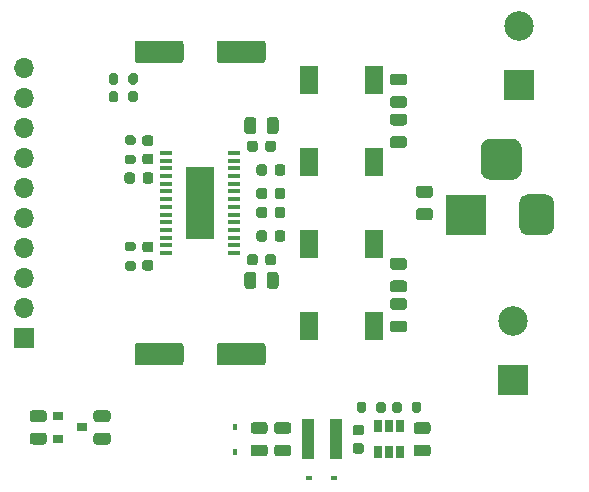
<source format=gbr>
%TF.GenerationSoftware,KiCad,Pcbnew,5.1.9-73d0e3b20d~88~ubuntu20.04.1*%
%TF.CreationDate,2021-06-05T19:46:01+02:00*%
%TF.ProjectId,pooky,706f6f6b-792e-46b6-9963-61645f706362,v1.00*%
%TF.SameCoordinates,Original*%
%TF.FileFunction,Soldermask,Top*%
%TF.FilePolarity,Negative*%
%FSLAX46Y46*%
G04 Gerber Fmt 4.6, Leading zero omitted, Abs format (unit mm)*
G04 Created by KiCad (PCBNEW 5.1.9-73d0e3b20d~88~ubuntu20.04.1) date 2021-06-05 19:46:01*
%MOMM*%
%LPD*%
G01*
G04 APERTURE LIST*
%ADD10R,0.980000X3.400000*%
%ADD11R,0.600000X0.450000*%
%ADD12R,0.450000X0.600000*%
%ADD13R,1.500000X2.400000*%
%ADD14R,1.100000X0.400000*%
%ADD15R,2.400000X6.170000*%
%ADD16R,0.650000X1.060000*%
%ADD17R,0.900000X0.800000*%
%ADD18R,3.500000X3.500000*%
%ADD19C,2.500000*%
%ADD20R,2.500000X2.500000*%
%ADD21R,1.700000X1.700000*%
%ADD22O,1.700000X1.700000*%
G04 APERTURE END LIST*
D10*
%TO.C,L5*%
X180485000Y-120000000D03*
X178115000Y-120000000D03*
%TD*%
%TO.C,C1*%
G36*
G01*
X175325000Y-97450000D02*
X175325000Y-96950000D01*
G75*
G02*
X175550000Y-96725000I225000J0D01*
G01*
X176000000Y-96725000D01*
G75*
G02*
X176225000Y-96950000I0J-225000D01*
G01*
X176225000Y-97450000D01*
G75*
G02*
X176000000Y-97675000I-225000J0D01*
G01*
X175550000Y-97675000D01*
G75*
G02*
X175325000Y-97450000I0J225000D01*
G01*
G37*
G36*
G01*
X173775000Y-97450000D02*
X173775000Y-96950000D01*
G75*
G02*
X174000000Y-96725000I225000J0D01*
G01*
X174450000Y-96725000D01*
G75*
G02*
X174675000Y-96950000I0J-225000D01*
G01*
X174675000Y-97450000D01*
G75*
G02*
X174450000Y-97675000I-225000J0D01*
G01*
X174000000Y-97675000D01*
G75*
G02*
X173775000Y-97450000I0J225000D01*
G01*
G37*
%TD*%
%TO.C,C2*%
G36*
G01*
X175325000Y-103050000D02*
X175325000Y-102550000D01*
G75*
G02*
X175550000Y-102325000I225000J0D01*
G01*
X176000000Y-102325000D01*
G75*
G02*
X176225000Y-102550000I0J-225000D01*
G01*
X176225000Y-103050000D01*
G75*
G02*
X176000000Y-103275000I-225000J0D01*
G01*
X175550000Y-103275000D01*
G75*
G02*
X175325000Y-103050000I0J225000D01*
G01*
G37*
G36*
G01*
X173775000Y-103050000D02*
X173775000Y-102550000D01*
G75*
G02*
X174000000Y-102325000I225000J0D01*
G01*
X174450000Y-102325000D01*
G75*
G02*
X174675000Y-102550000I0J-225000D01*
G01*
X174675000Y-103050000D01*
G75*
G02*
X174450000Y-103275000I-225000J0D01*
G01*
X174000000Y-103275000D01*
G75*
G02*
X173775000Y-103050000I0J225000D01*
G01*
G37*
%TD*%
%TO.C,C3*%
G36*
G01*
X173775000Y-99450000D02*
X173775000Y-98950000D01*
G75*
G02*
X174000000Y-98725000I225000J0D01*
G01*
X174450000Y-98725000D01*
G75*
G02*
X174675000Y-98950000I0J-225000D01*
G01*
X174675000Y-99450000D01*
G75*
G02*
X174450000Y-99675000I-225000J0D01*
G01*
X174000000Y-99675000D01*
G75*
G02*
X173775000Y-99450000I0J225000D01*
G01*
G37*
G36*
G01*
X175325000Y-99450000D02*
X175325000Y-98950000D01*
G75*
G02*
X175550000Y-98725000I225000J0D01*
G01*
X176000000Y-98725000D01*
G75*
G02*
X176225000Y-98950000I0J-225000D01*
G01*
X176225000Y-99450000D01*
G75*
G02*
X176000000Y-99675000I-225000J0D01*
G01*
X175550000Y-99675000D01*
G75*
G02*
X175325000Y-99450000I0J225000D01*
G01*
G37*
%TD*%
%TO.C,C4*%
G36*
G01*
X175325000Y-101050000D02*
X175325000Y-100550000D01*
G75*
G02*
X175550000Y-100325000I225000J0D01*
G01*
X176000000Y-100325000D01*
G75*
G02*
X176225000Y-100550000I0J-225000D01*
G01*
X176225000Y-101050000D01*
G75*
G02*
X176000000Y-101275000I-225000J0D01*
G01*
X175550000Y-101275000D01*
G75*
G02*
X175325000Y-101050000I0J225000D01*
G01*
G37*
G36*
G01*
X173775000Y-101050000D02*
X173775000Y-100550000D01*
G75*
G02*
X174000000Y-100325000I225000J0D01*
G01*
X174450000Y-100325000D01*
G75*
G02*
X174675000Y-100550000I0J-225000D01*
G01*
X174675000Y-101050000D01*
G75*
G02*
X174450000Y-101275000I-225000J0D01*
G01*
X174000000Y-101275000D01*
G75*
G02*
X173775000Y-101050000I0J225000D01*
G01*
G37*
%TD*%
%TO.C,C5*%
G36*
G01*
X186275000Y-90050000D02*
X185325000Y-90050000D01*
G75*
G02*
X185075000Y-89800000I0J250000D01*
G01*
X185075000Y-89300000D01*
G75*
G02*
X185325000Y-89050000I250000J0D01*
G01*
X186275000Y-89050000D01*
G75*
G02*
X186525000Y-89300000I0J-250000D01*
G01*
X186525000Y-89800000D01*
G75*
G02*
X186275000Y-90050000I-250000J0D01*
G01*
G37*
G36*
G01*
X186275000Y-91950000D02*
X185325000Y-91950000D01*
G75*
G02*
X185075000Y-91700000I0J250000D01*
G01*
X185075000Y-91200000D01*
G75*
G02*
X185325000Y-90950000I250000J0D01*
G01*
X186275000Y-90950000D01*
G75*
G02*
X186525000Y-91200000I0J-250000D01*
G01*
X186525000Y-91700000D01*
G75*
G02*
X186275000Y-91950000I-250000J0D01*
G01*
G37*
%TD*%
%TO.C,C6*%
G36*
G01*
X186275000Y-93450000D02*
X185325000Y-93450000D01*
G75*
G02*
X185075000Y-93200000I0J250000D01*
G01*
X185075000Y-92700000D01*
G75*
G02*
X185325000Y-92450000I250000J0D01*
G01*
X186275000Y-92450000D01*
G75*
G02*
X186525000Y-92700000I0J-250000D01*
G01*
X186525000Y-93200000D01*
G75*
G02*
X186275000Y-93450000I-250000J0D01*
G01*
G37*
G36*
G01*
X186275000Y-95350000D02*
X185325000Y-95350000D01*
G75*
G02*
X185075000Y-95100000I0J250000D01*
G01*
X185075000Y-94600000D01*
G75*
G02*
X185325000Y-94350000I250000J0D01*
G01*
X186275000Y-94350000D01*
G75*
G02*
X186525000Y-94600000I0J-250000D01*
G01*
X186525000Y-95100000D01*
G75*
G02*
X186275000Y-95350000I-250000J0D01*
G01*
G37*
%TD*%
%TO.C,C7*%
G36*
G01*
X186275000Y-107550000D02*
X185325000Y-107550000D01*
G75*
G02*
X185075000Y-107300000I0J250000D01*
G01*
X185075000Y-106800000D01*
G75*
G02*
X185325000Y-106550000I250000J0D01*
G01*
X186275000Y-106550000D01*
G75*
G02*
X186525000Y-106800000I0J-250000D01*
G01*
X186525000Y-107300000D01*
G75*
G02*
X186275000Y-107550000I-250000J0D01*
G01*
G37*
G36*
G01*
X186275000Y-105650000D02*
X185325000Y-105650000D01*
G75*
G02*
X185075000Y-105400000I0J250000D01*
G01*
X185075000Y-104900000D01*
G75*
G02*
X185325000Y-104650000I250000J0D01*
G01*
X186275000Y-104650000D01*
G75*
G02*
X186525000Y-104900000I0J-250000D01*
G01*
X186525000Y-105400000D01*
G75*
G02*
X186275000Y-105650000I-250000J0D01*
G01*
G37*
%TD*%
%TO.C,C8*%
G36*
G01*
X186275000Y-110950000D02*
X185325000Y-110950000D01*
G75*
G02*
X185075000Y-110700000I0J250000D01*
G01*
X185075000Y-110200000D01*
G75*
G02*
X185325000Y-109950000I250000J0D01*
G01*
X186275000Y-109950000D01*
G75*
G02*
X186525000Y-110200000I0J-250000D01*
G01*
X186525000Y-110700000D01*
G75*
G02*
X186275000Y-110950000I-250000J0D01*
G01*
G37*
G36*
G01*
X186275000Y-109050000D02*
X185325000Y-109050000D01*
G75*
G02*
X185075000Y-108800000I0J250000D01*
G01*
X185075000Y-108300000D01*
G75*
G02*
X185325000Y-108050000I250000J0D01*
G01*
X186275000Y-108050000D01*
G75*
G02*
X186525000Y-108300000I0J-250000D01*
G01*
X186525000Y-108800000D01*
G75*
G02*
X186275000Y-109050000I-250000J0D01*
G01*
G37*
%TD*%
%TO.C,C9*%
G36*
G01*
X172975000Y-95450000D02*
X172975000Y-94950000D01*
G75*
G02*
X173200000Y-94725000I225000J0D01*
G01*
X173650000Y-94725000D01*
G75*
G02*
X173875000Y-94950000I0J-225000D01*
G01*
X173875000Y-95450000D01*
G75*
G02*
X173650000Y-95675000I-225000J0D01*
G01*
X173200000Y-95675000D01*
G75*
G02*
X172975000Y-95450000I0J225000D01*
G01*
G37*
G36*
G01*
X174525000Y-95450000D02*
X174525000Y-94950000D01*
G75*
G02*
X174750000Y-94725000I225000J0D01*
G01*
X175200000Y-94725000D01*
G75*
G02*
X175425000Y-94950000I0J-225000D01*
G01*
X175425000Y-95450000D01*
G75*
G02*
X175200000Y-95675000I-225000J0D01*
G01*
X174750000Y-95675000D01*
G75*
G02*
X174525000Y-95450000I0J225000D01*
G01*
G37*
%TD*%
%TO.C,C10*%
G36*
G01*
X172975000Y-105050000D02*
X172975000Y-104550000D01*
G75*
G02*
X173200000Y-104325000I225000J0D01*
G01*
X173650000Y-104325000D01*
G75*
G02*
X173875000Y-104550000I0J-225000D01*
G01*
X173875000Y-105050000D01*
G75*
G02*
X173650000Y-105275000I-225000J0D01*
G01*
X173200000Y-105275000D01*
G75*
G02*
X172975000Y-105050000I0J225000D01*
G01*
G37*
G36*
G01*
X174525000Y-105050000D02*
X174525000Y-104550000D01*
G75*
G02*
X174750000Y-104325000I225000J0D01*
G01*
X175200000Y-104325000D01*
G75*
G02*
X175425000Y-104550000I0J-225000D01*
G01*
X175425000Y-105050000D01*
G75*
G02*
X175200000Y-105275000I-225000J0D01*
G01*
X174750000Y-105275000D01*
G75*
G02*
X174525000Y-105050000I0J225000D01*
G01*
G37*
%TD*%
%TO.C,C11*%
G36*
G01*
X172750000Y-93925000D02*
X172750000Y-92975000D01*
G75*
G02*
X173000000Y-92725000I250000J0D01*
G01*
X173500000Y-92725000D01*
G75*
G02*
X173750000Y-92975000I0J-250000D01*
G01*
X173750000Y-93925000D01*
G75*
G02*
X173500000Y-94175000I-250000J0D01*
G01*
X173000000Y-94175000D01*
G75*
G02*
X172750000Y-93925000I0J250000D01*
G01*
G37*
G36*
G01*
X174650000Y-93925000D02*
X174650000Y-92975000D01*
G75*
G02*
X174900000Y-92725000I250000J0D01*
G01*
X175400000Y-92725000D01*
G75*
G02*
X175650000Y-92975000I0J-250000D01*
G01*
X175650000Y-93925000D01*
G75*
G02*
X175400000Y-94175000I-250000J0D01*
G01*
X174900000Y-94175000D01*
G75*
G02*
X174650000Y-93925000I0J250000D01*
G01*
G37*
%TD*%
%TO.C,C12*%
G36*
G01*
X172750000Y-107025000D02*
X172750000Y-106075000D01*
G75*
G02*
X173000000Y-105825000I250000J0D01*
G01*
X173500000Y-105825000D01*
G75*
G02*
X173750000Y-106075000I0J-250000D01*
G01*
X173750000Y-107025000D01*
G75*
G02*
X173500000Y-107275000I-250000J0D01*
G01*
X173000000Y-107275000D01*
G75*
G02*
X172750000Y-107025000I0J250000D01*
G01*
G37*
G36*
G01*
X174650000Y-107025000D02*
X174650000Y-106075000D01*
G75*
G02*
X174900000Y-105825000I250000J0D01*
G01*
X175400000Y-105825000D01*
G75*
G02*
X175650000Y-106075000I0J-250000D01*
G01*
X175650000Y-107025000D01*
G75*
G02*
X175400000Y-107275000I-250000J0D01*
G01*
X174900000Y-107275000D01*
G75*
G02*
X174650000Y-107025000I0J250000D01*
G01*
G37*
%TD*%
%TO.C,C13*%
G36*
G01*
X187525000Y-98550000D02*
X188475000Y-98550000D01*
G75*
G02*
X188725000Y-98800000I0J-250000D01*
G01*
X188725000Y-99300000D01*
G75*
G02*
X188475000Y-99550000I-250000J0D01*
G01*
X187525000Y-99550000D01*
G75*
G02*
X187275000Y-99300000I0J250000D01*
G01*
X187275000Y-98800000D01*
G75*
G02*
X187525000Y-98550000I250000J0D01*
G01*
G37*
G36*
G01*
X187525000Y-100450000D02*
X188475000Y-100450000D01*
G75*
G02*
X188725000Y-100700000I0J-250000D01*
G01*
X188725000Y-101200000D01*
G75*
G02*
X188475000Y-101450000I-250000J0D01*
G01*
X187525000Y-101450000D01*
G75*
G02*
X187275000Y-101200000I0J250000D01*
G01*
X187275000Y-100700000D01*
G75*
G02*
X187525000Y-100450000I250000J0D01*
G01*
G37*
%TD*%
%TO.C,C14*%
G36*
G01*
X188275000Y-119550000D02*
X187325000Y-119550000D01*
G75*
G02*
X187075000Y-119300000I0J250000D01*
G01*
X187075000Y-118800000D01*
G75*
G02*
X187325000Y-118550000I250000J0D01*
G01*
X188275000Y-118550000D01*
G75*
G02*
X188525000Y-118800000I0J-250000D01*
G01*
X188525000Y-119300000D01*
G75*
G02*
X188275000Y-119550000I-250000J0D01*
G01*
G37*
G36*
G01*
X188275000Y-121450000D02*
X187325000Y-121450000D01*
G75*
G02*
X187075000Y-121200000I0J250000D01*
G01*
X187075000Y-120700000D01*
G75*
G02*
X187325000Y-120450000I250000J0D01*
G01*
X188275000Y-120450000D01*
G75*
G02*
X188525000Y-120700000I0J-250000D01*
G01*
X188525000Y-121200000D01*
G75*
G02*
X188275000Y-121450000I-250000J0D01*
G01*
G37*
%TD*%
%TO.C,C16*%
G36*
G01*
X155775000Y-118550000D02*
X154825000Y-118550000D01*
G75*
G02*
X154575000Y-118300000I0J250000D01*
G01*
X154575000Y-117800000D01*
G75*
G02*
X154825000Y-117550000I250000J0D01*
G01*
X155775000Y-117550000D01*
G75*
G02*
X156025000Y-117800000I0J-250000D01*
G01*
X156025000Y-118300000D01*
G75*
G02*
X155775000Y-118550000I-250000J0D01*
G01*
G37*
G36*
G01*
X155775000Y-120450000D02*
X154825000Y-120450000D01*
G75*
G02*
X154575000Y-120200000I0J250000D01*
G01*
X154575000Y-119700000D01*
G75*
G02*
X154825000Y-119450000I250000J0D01*
G01*
X155775000Y-119450000D01*
G75*
G02*
X156025000Y-119700000I0J-250000D01*
G01*
X156025000Y-120200000D01*
G75*
G02*
X155775000Y-120450000I-250000J0D01*
G01*
G37*
%TD*%
%TO.C,C17*%
G36*
G01*
X182150000Y-120325000D02*
X182650000Y-120325000D01*
G75*
G02*
X182875000Y-120550000I0J-225000D01*
G01*
X182875000Y-121000000D01*
G75*
G02*
X182650000Y-121225000I-225000J0D01*
G01*
X182150000Y-121225000D01*
G75*
G02*
X181925000Y-121000000I0J225000D01*
G01*
X181925000Y-120550000D01*
G75*
G02*
X182150000Y-120325000I225000J0D01*
G01*
G37*
G36*
G01*
X182150000Y-118775000D02*
X182650000Y-118775000D01*
G75*
G02*
X182875000Y-119000000I0J-225000D01*
G01*
X182875000Y-119450000D01*
G75*
G02*
X182650000Y-119675000I-225000J0D01*
G01*
X182150000Y-119675000D01*
G75*
G02*
X181925000Y-119450000I0J225000D01*
G01*
X181925000Y-119000000D01*
G75*
G02*
X182150000Y-118775000I225000J0D01*
G01*
G37*
%TD*%
%TO.C,C18*%
G36*
G01*
X173525000Y-120450000D02*
X174475000Y-120450000D01*
G75*
G02*
X174725000Y-120700000I0J-250000D01*
G01*
X174725000Y-121200000D01*
G75*
G02*
X174475000Y-121450000I-250000J0D01*
G01*
X173525000Y-121450000D01*
G75*
G02*
X173275000Y-121200000I0J250000D01*
G01*
X173275000Y-120700000D01*
G75*
G02*
X173525000Y-120450000I250000J0D01*
G01*
G37*
G36*
G01*
X173525000Y-118550000D02*
X174475000Y-118550000D01*
G75*
G02*
X174725000Y-118800000I0J-250000D01*
G01*
X174725000Y-119300000D01*
G75*
G02*
X174475000Y-119550000I-250000J0D01*
G01*
X173525000Y-119550000D01*
G75*
G02*
X173275000Y-119300000I0J250000D01*
G01*
X173275000Y-118800000D01*
G75*
G02*
X173525000Y-118550000I250000J0D01*
G01*
G37*
%TD*%
%TO.C,C19*%
G36*
G01*
X175525000Y-118550000D02*
X176475000Y-118550000D01*
G75*
G02*
X176725000Y-118800000I0J-250000D01*
G01*
X176725000Y-119300000D01*
G75*
G02*
X176475000Y-119550000I-250000J0D01*
G01*
X175525000Y-119550000D01*
G75*
G02*
X175275000Y-119300000I0J250000D01*
G01*
X175275000Y-118800000D01*
G75*
G02*
X175525000Y-118550000I250000J0D01*
G01*
G37*
G36*
G01*
X175525000Y-120450000D02*
X176475000Y-120450000D01*
G75*
G02*
X176725000Y-120700000I0J-250000D01*
G01*
X176725000Y-121200000D01*
G75*
G02*
X176475000Y-121450000I-250000J0D01*
G01*
X175525000Y-121450000D01*
G75*
G02*
X175275000Y-121200000I0J250000D01*
G01*
X175275000Y-120700000D01*
G75*
G02*
X175525000Y-120450000I250000J0D01*
G01*
G37*
%TD*%
%TO.C,C20*%
G36*
G01*
X164330000Y-95825000D02*
X164830000Y-95825000D01*
G75*
G02*
X165055000Y-96050000I0J-225000D01*
G01*
X165055000Y-96500000D01*
G75*
G02*
X164830000Y-96725000I-225000J0D01*
G01*
X164330000Y-96725000D01*
G75*
G02*
X164105000Y-96500000I0J225000D01*
G01*
X164105000Y-96050000D01*
G75*
G02*
X164330000Y-95825000I225000J0D01*
G01*
G37*
G36*
G01*
X164330000Y-94275000D02*
X164830000Y-94275000D01*
G75*
G02*
X165055000Y-94500000I0J-225000D01*
G01*
X165055000Y-94950000D01*
G75*
G02*
X164830000Y-95175000I-225000J0D01*
G01*
X164330000Y-95175000D01*
G75*
G02*
X164105000Y-94950000I0J225000D01*
G01*
X164105000Y-94500000D01*
G75*
G02*
X164330000Y-94275000I225000J0D01*
G01*
G37*
%TD*%
%TO.C,C21*%
G36*
G01*
X162595000Y-98140000D02*
X162595000Y-97640000D01*
G75*
G02*
X162820000Y-97415000I225000J0D01*
G01*
X163270000Y-97415000D01*
G75*
G02*
X163495000Y-97640000I0J-225000D01*
G01*
X163495000Y-98140000D01*
G75*
G02*
X163270000Y-98365000I-225000J0D01*
G01*
X162820000Y-98365000D01*
G75*
G02*
X162595000Y-98140000I0J225000D01*
G01*
G37*
G36*
G01*
X164145000Y-98140000D02*
X164145000Y-97640000D01*
G75*
G02*
X164370000Y-97415000I225000J0D01*
G01*
X164820000Y-97415000D01*
G75*
G02*
X165045000Y-97640000I0J-225000D01*
G01*
X165045000Y-98140000D01*
G75*
G02*
X164820000Y-98365000I-225000J0D01*
G01*
X164370000Y-98365000D01*
G75*
G02*
X164145000Y-98140000I0J225000D01*
G01*
G37*
%TD*%
%TO.C,C22*%
G36*
G01*
X164830000Y-105725000D02*
X164330000Y-105725000D01*
G75*
G02*
X164105000Y-105500000I0J225000D01*
G01*
X164105000Y-105050000D01*
G75*
G02*
X164330000Y-104825000I225000J0D01*
G01*
X164830000Y-104825000D01*
G75*
G02*
X165055000Y-105050000I0J-225000D01*
G01*
X165055000Y-105500000D01*
G75*
G02*
X164830000Y-105725000I-225000J0D01*
G01*
G37*
G36*
G01*
X164830000Y-104175000D02*
X164330000Y-104175000D01*
G75*
G02*
X164105000Y-103950000I0J225000D01*
G01*
X164105000Y-103500000D01*
G75*
G02*
X164330000Y-103275000I225000J0D01*
G01*
X164830000Y-103275000D01*
G75*
G02*
X165055000Y-103500000I0J-225000D01*
G01*
X165055000Y-103950000D01*
G75*
G02*
X164830000Y-104175000I-225000J0D01*
G01*
G37*
%TD*%
%TO.C,C24*%
G36*
G01*
X174550000Y-86500000D02*
X174550000Y-87900000D01*
G75*
G02*
X174300000Y-88150000I-250000J0D01*
G01*
X170650000Y-88150000D01*
G75*
G02*
X170400000Y-87900000I0J250000D01*
G01*
X170400000Y-86500000D01*
G75*
G02*
X170650000Y-86250000I250000J0D01*
G01*
X174300000Y-86250000D01*
G75*
G02*
X174550000Y-86500000I0J-250000D01*
G01*
G37*
G36*
G01*
X167600000Y-86500000D02*
X167600000Y-87900000D01*
G75*
G02*
X167350000Y-88150000I-250000J0D01*
G01*
X163700000Y-88150000D01*
G75*
G02*
X163450000Y-87900000I0J250000D01*
G01*
X163450000Y-86500000D01*
G75*
G02*
X163700000Y-86250000I250000J0D01*
G01*
X167350000Y-86250000D01*
G75*
G02*
X167600000Y-86500000I0J-250000D01*
G01*
G37*
%TD*%
%TO.C,C36*%
G36*
G01*
X167600000Y-112100000D02*
X167600000Y-113500000D01*
G75*
G02*
X167350000Y-113750000I-250000J0D01*
G01*
X163700000Y-113750000D01*
G75*
G02*
X163450000Y-113500000I0J250000D01*
G01*
X163450000Y-112100000D01*
G75*
G02*
X163700000Y-111850000I250000J0D01*
G01*
X167350000Y-111850000D01*
G75*
G02*
X167600000Y-112100000I0J-250000D01*
G01*
G37*
G36*
G01*
X174550000Y-112100000D02*
X174550000Y-113500000D01*
G75*
G02*
X174300000Y-113750000I-250000J0D01*
G01*
X170650000Y-113750000D01*
G75*
G02*
X170400000Y-113500000I0J250000D01*
G01*
X170400000Y-112100000D01*
G75*
G02*
X170650000Y-111850000I250000J0D01*
G01*
X174300000Y-111850000D01*
G75*
G02*
X174550000Y-112100000I0J-250000D01*
G01*
G37*
%TD*%
D11*
%TO.C,D1*%
X178250000Y-123250000D03*
X180350000Y-123250000D03*
%TD*%
D12*
%TO.C,D2*%
X172000000Y-121050000D03*
X172000000Y-118950000D03*
%TD*%
D13*
%TO.C,L1*%
X183750000Y-89600000D03*
X178250000Y-89600000D03*
%TD*%
%TO.C,L2*%
X178250000Y-110400000D03*
X183750000Y-110400000D03*
%TD*%
%TO.C,L3*%
X183750000Y-96500000D03*
X178250000Y-96500000D03*
%TD*%
%TO.C,L4*%
X178250000Y-103500000D03*
X183750000Y-103500000D03*
%TD*%
%TO.C,R1*%
G36*
G01*
X186925000Y-117575000D02*
X186925000Y-117025000D01*
G75*
G02*
X187125000Y-116825000I200000J0D01*
G01*
X187525000Y-116825000D01*
G75*
G02*
X187725000Y-117025000I0J-200000D01*
G01*
X187725000Y-117575000D01*
G75*
G02*
X187525000Y-117775000I-200000J0D01*
G01*
X187125000Y-117775000D01*
G75*
G02*
X186925000Y-117575000I0J200000D01*
G01*
G37*
G36*
G01*
X185275000Y-117575000D02*
X185275000Y-117025000D01*
G75*
G02*
X185475000Y-116825000I200000J0D01*
G01*
X185875000Y-116825000D01*
G75*
G02*
X186075000Y-117025000I0J-200000D01*
G01*
X186075000Y-117575000D01*
G75*
G02*
X185875000Y-117775000I-200000J0D01*
G01*
X185475000Y-117775000D01*
G75*
G02*
X185275000Y-117575000I0J200000D01*
G01*
G37*
%TD*%
%TO.C,R2*%
G36*
G01*
X182275000Y-117575000D02*
X182275000Y-117025000D01*
G75*
G02*
X182475000Y-116825000I200000J0D01*
G01*
X182875000Y-116825000D01*
G75*
G02*
X183075000Y-117025000I0J-200000D01*
G01*
X183075000Y-117575000D01*
G75*
G02*
X182875000Y-117775000I-200000J0D01*
G01*
X182475000Y-117775000D01*
G75*
G02*
X182275000Y-117575000I0J200000D01*
G01*
G37*
G36*
G01*
X183925000Y-117575000D02*
X183925000Y-117025000D01*
G75*
G02*
X184125000Y-116825000I200000J0D01*
G01*
X184525000Y-116825000D01*
G75*
G02*
X184725000Y-117025000I0J-200000D01*
G01*
X184725000Y-117575000D01*
G75*
G02*
X184525000Y-117775000I-200000J0D01*
G01*
X184125000Y-117775000D01*
G75*
G02*
X183925000Y-117575000I0J200000D01*
G01*
G37*
%TD*%
%TO.C,R15*%
G36*
G01*
X163355000Y-96725000D02*
X162805000Y-96725000D01*
G75*
G02*
X162605000Y-96525000I0J200000D01*
G01*
X162605000Y-96125000D01*
G75*
G02*
X162805000Y-95925000I200000J0D01*
G01*
X163355000Y-95925000D01*
G75*
G02*
X163555000Y-96125000I0J-200000D01*
G01*
X163555000Y-96525000D01*
G75*
G02*
X163355000Y-96725000I-200000J0D01*
G01*
G37*
G36*
G01*
X163355000Y-95075000D02*
X162805000Y-95075000D01*
G75*
G02*
X162605000Y-94875000I0J200000D01*
G01*
X162605000Y-94475000D01*
G75*
G02*
X162805000Y-94275000I200000J0D01*
G01*
X163355000Y-94275000D01*
G75*
G02*
X163555000Y-94475000I0J-200000D01*
G01*
X163555000Y-94875000D01*
G75*
G02*
X163355000Y-95075000I-200000J0D01*
G01*
G37*
%TD*%
%TO.C,R23*%
G36*
G01*
X163375000Y-104075000D02*
X162825000Y-104075000D01*
G75*
G02*
X162625000Y-103875000I0J200000D01*
G01*
X162625000Y-103475000D01*
G75*
G02*
X162825000Y-103275000I200000J0D01*
G01*
X163375000Y-103275000D01*
G75*
G02*
X163575000Y-103475000I0J-200000D01*
G01*
X163575000Y-103875000D01*
G75*
G02*
X163375000Y-104075000I-200000J0D01*
G01*
G37*
G36*
G01*
X163375000Y-105725000D02*
X162825000Y-105725000D01*
G75*
G02*
X162625000Y-105525000I0J200000D01*
G01*
X162625000Y-105125000D01*
G75*
G02*
X162825000Y-104925000I200000J0D01*
G01*
X163375000Y-104925000D01*
G75*
G02*
X163575000Y-105125000I0J-200000D01*
G01*
X163575000Y-105525000D01*
G75*
G02*
X163375000Y-105725000I-200000J0D01*
G01*
G37*
%TD*%
D14*
%TO.C,U1*%
X166150000Y-95775000D03*
X166150000Y-96425000D03*
X166150000Y-97075000D03*
X166150000Y-97725000D03*
X166150000Y-98375000D03*
X166150000Y-99025000D03*
X166150000Y-99675000D03*
X166150000Y-100325000D03*
X166150000Y-100975000D03*
X166150000Y-101625000D03*
X166150000Y-102275000D03*
X166150000Y-102925000D03*
X166150000Y-103575000D03*
X166150000Y-104225000D03*
X171850000Y-104225000D03*
X171850000Y-103575000D03*
X171850000Y-102925000D03*
X171850000Y-102275000D03*
X171850000Y-101625000D03*
X171850000Y-100975000D03*
X171850000Y-100325000D03*
X171850000Y-99675000D03*
X171850000Y-99025000D03*
X171850000Y-98375000D03*
X171850000Y-97725000D03*
X171850000Y-97075000D03*
X171850000Y-96425000D03*
X171850000Y-95775000D03*
D15*
X169000000Y-100000000D03*
%TD*%
D16*
%TO.C,U2*%
X184050000Y-121100000D03*
X185000000Y-121100000D03*
X185950000Y-121100000D03*
X185950000Y-118900000D03*
X184050000Y-118900000D03*
X185000000Y-118900000D03*
%TD*%
D17*
%TO.C,U3*%
X157000000Y-118050000D03*
X157000000Y-119950000D03*
X159000000Y-119000000D03*
%TD*%
D18*
%TO.C,J5*%
X191500000Y-101000000D03*
G36*
G01*
X199000000Y-100000000D02*
X199000000Y-102000000D01*
G75*
G02*
X198250000Y-102750000I-750000J0D01*
G01*
X196750000Y-102750000D01*
G75*
G02*
X196000000Y-102000000I0J750000D01*
G01*
X196000000Y-100000000D01*
G75*
G02*
X196750000Y-99250000I750000J0D01*
G01*
X198250000Y-99250000D01*
G75*
G02*
X199000000Y-100000000I0J-750000D01*
G01*
G37*
G36*
G01*
X196250000Y-95425000D02*
X196250000Y-97175000D01*
G75*
G02*
X195375000Y-98050000I-875000J0D01*
G01*
X193625000Y-98050000D01*
G75*
G02*
X192750000Y-97175000I0J875000D01*
G01*
X192750000Y-95425000D01*
G75*
G02*
X193625000Y-94550000I875000J0D01*
G01*
X195375000Y-94550000D01*
G75*
G02*
X196250000Y-95425000I0J-875000D01*
G01*
G37*
%TD*%
D19*
%TO.C,LS2*%
X196000000Y-85000000D03*
D20*
X196000000Y-90000000D03*
%TD*%
%TO.C,LS1*%
X195500000Y-115000000D03*
D19*
X195500000Y-110000000D03*
%TD*%
D21*
%TO.C,J1*%
X154100000Y-111430000D03*
D22*
X154100000Y-108890000D03*
X154100000Y-106350000D03*
X154100000Y-103810000D03*
X154100000Y-101270000D03*
X154100000Y-98730000D03*
X154100000Y-96190000D03*
X154100000Y-93650000D03*
X154100000Y-91110000D03*
X154100000Y-88570000D03*
%TD*%
%TO.C,R3*%
G36*
G01*
X163725000Y-89225000D02*
X163725000Y-89775000D01*
G75*
G02*
X163525000Y-89975000I-200000J0D01*
G01*
X163125000Y-89975000D01*
G75*
G02*
X162925000Y-89775000I0J200000D01*
G01*
X162925000Y-89225000D01*
G75*
G02*
X163125000Y-89025000I200000J0D01*
G01*
X163525000Y-89025000D01*
G75*
G02*
X163725000Y-89225000I0J-200000D01*
G01*
G37*
G36*
G01*
X162075000Y-89225000D02*
X162075000Y-89775000D01*
G75*
G02*
X161875000Y-89975000I-200000J0D01*
G01*
X161475000Y-89975000D01*
G75*
G02*
X161275000Y-89775000I0J200000D01*
G01*
X161275000Y-89225000D01*
G75*
G02*
X161475000Y-89025000I200000J0D01*
G01*
X161875000Y-89025000D01*
G75*
G02*
X162075000Y-89225000I0J-200000D01*
G01*
G37*
%TD*%
%TO.C,R4*%
G36*
G01*
X162925000Y-91275000D02*
X162925000Y-90725000D01*
G75*
G02*
X163125000Y-90525000I200000J0D01*
G01*
X163525000Y-90525000D01*
G75*
G02*
X163725000Y-90725000I0J-200000D01*
G01*
X163725000Y-91275000D01*
G75*
G02*
X163525000Y-91475000I-200000J0D01*
G01*
X163125000Y-91475000D01*
G75*
G02*
X162925000Y-91275000I0J200000D01*
G01*
G37*
G36*
G01*
X161275000Y-91275000D02*
X161275000Y-90725000D01*
G75*
G02*
X161475000Y-90525000I200000J0D01*
G01*
X161875000Y-90525000D01*
G75*
G02*
X162075000Y-90725000I0J-200000D01*
G01*
X162075000Y-91275000D01*
G75*
G02*
X161875000Y-91475000I-200000J0D01*
G01*
X161475000Y-91475000D01*
G75*
G02*
X161275000Y-91275000I0J200000D01*
G01*
G37*
%TD*%
%TO.C,C15*%
G36*
G01*
X160225000Y-117550000D02*
X161175000Y-117550000D01*
G75*
G02*
X161425000Y-117800000I0J-250000D01*
G01*
X161425000Y-118300000D01*
G75*
G02*
X161175000Y-118550000I-250000J0D01*
G01*
X160225000Y-118550000D01*
G75*
G02*
X159975000Y-118300000I0J250000D01*
G01*
X159975000Y-117800000D01*
G75*
G02*
X160225000Y-117550000I250000J0D01*
G01*
G37*
G36*
G01*
X160225000Y-119450000D02*
X161175000Y-119450000D01*
G75*
G02*
X161425000Y-119700000I0J-250000D01*
G01*
X161425000Y-120200000D01*
G75*
G02*
X161175000Y-120450000I-250000J0D01*
G01*
X160225000Y-120450000D01*
G75*
G02*
X159975000Y-120200000I0J250000D01*
G01*
X159975000Y-119700000D01*
G75*
G02*
X160225000Y-119450000I250000J0D01*
G01*
G37*
%TD*%
M02*

</source>
